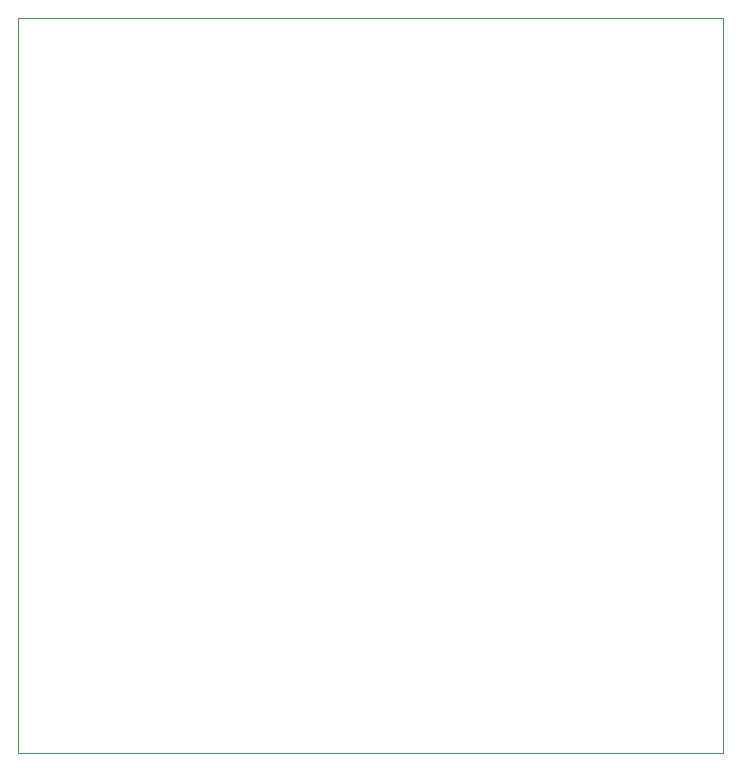
<source format=gm1>
%TF.GenerationSoftware,KiCad,Pcbnew,(5.1.8)-1*%
%TF.CreationDate,2021-06-16T10:38:21+02:00*%
%TF.ProjectId,p_dale_ble,70e96461-6c65-45f6-926c-652e6b696361,rev?*%
%TF.SameCoordinates,Original*%
%TF.FileFunction,Profile,NP*%
%FSLAX46Y46*%
G04 Gerber Fmt 4.6, Leading zero omitted, Abs format (unit mm)*
G04 Created by KiCad (PCBNEW (5.1.8)-1) date 2021-06-16 10:38:21*
%MOMM*%
%LPD*%
G01*
G04 APERTURE LIST*
%TA.AperFunction,Profile*%
%ADD10C,0.050000*%
%TD*%
G04 APERTURE END LIST*
D10*
X86360000Y-77470000D02*
X86360000Y-139700000D01*
X146050000Y-77470000D02*
X86360000Y-77470000D01*
X146050000Y-139700000D02*
X146050000Y-77470000D01*
X86360000Y-139700000D02*
X146050000Y-139700000D01*
M02*

</source>
